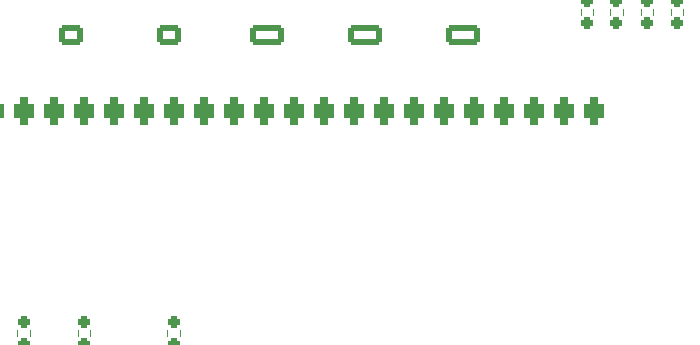
<source format=gbr>
%TF.GenerationSoftware,KiCad,Pcbnew,8.0.2*%
%TF.CreationDate,2024-06-06T18:17:56-04:00*%
%TF.ProjectId,MBARETECHmini,4d424152-4554-4454-9348-6d696e692e6b,rev?*%
%TF.SameCoordinates,Original*%
%TF.FileFunction,Legend,Bot*%
%TF.FilePolarity,Positive*%
%FSLAX46Y46*%
G04 Gerber Fmt 4.6, Leading zero omitted, Abs format (unit mm)*
G04 Created by KiCad (PCBNEW 8.0.2) date 2024-06-06 18:17:56*
%MOMM*%
%LPD*%
G01*
G04 APERTURE LIST*
G04 Aperture macros list*
%AMRoundRect*
0 Rectangle with rounded corners*
0 $1 Rounding radius*
0 $2 $3 $4 $5 $6 $7 $8 $9 X,Y pos of 4 corners*
0 Add a 4 corners polygon primitive as box body*
4,1,4,$2,$3,$4,$5,$6,$7,$8,$9,$2,$3,0*
0 Add four circle primitives for the rounded corners*
1,1,$1+$1,$2,$3*
1,1,$1+$1,$4,$5*
1,1,$1+$1,$6,$7*
1,1,$1+$1,$8,$9*
0 Add four rect primitives between the rounded corners*
20,1,$1+$1,$2,$3,$4,$5,0*
20,1,$1+$1,$4,$5,$6,$7,0*
20,1,$1+$1,$6,$7,$8,$9,0*
20,1,$1+$1,$8,$9,$2,$3,0*%
G04 Aperture macros list end*
%ADD10C,0.120000*%
%ADD11RoundRect,0.566667X-0.300333X0.585333X-0.300333X-0.585333X0.300333X-0.585333X0.300333X0.585333X0*%
%ADD12O,2.000000X1.700000*%
%ADD13RoundRect,0.250000X0.750000X-0.600000X0.750000X0.600000X-0.750000X0.600000X-0.750000X-0.600000X0*%
%ADD14O,1.950000X1.700000*%
%ADD15RoundRect,0.250000X0.725000X-0.600000X0.725000X0.600000X-0.725000X0.600000X-0.725000X-0.600000X0*%
%ADD16O,2.925000X1.700000*%
%ADD17RoundRect,0.250000X1.212500X-0.600000X1.212500X0.600000X-1.212500X0.600000X-1.212500X-0.600000X0*%
%ADD18R,1.600000X1.600000*%
%ADD19O,1.600000X1.600000*%
%ADD20C,4.400000*%
%ADD21R,2.500000X1.500000*%
%ADD22O,2.500000X1.500000*%
%ADD23R,1.700000X1.700000*%
%ADD24O,1.700000X1.700000*%
%ADD25RoundRect,0.688976X-1.851024X-0.361024X1.851024X-0.361024X1.851024X0.361024X-1.851024X0.361024X0*%
%ADD26RoundRect,0.237500X-0.237500X0.250000X-0.237500X-0.250000X0.237500X-0.250000X0.237500X0.250000X0*%
%ADD27RoundRect,0.237500X0.237500X-0.250000X0.237500X0.250000X-0.237500X0.250000X-0.237500X-0.250000X0*%
G04 APERTURE END LIST*
D10*
%TO.C,R7*%
X169477500Y-96648474D02*
X169477500Y-96139026D01*
X170522500Y-96648474D02*
X170522500Y-96139026D01*
%TO.C,R5*%
X161877500Y-96648474D02*
X161877500Y-96139026D01*
X162922500Y-96648474D02*
X162922500Y-96139026D01*
%TO.C,R3*%
X209577500Y-68945276D02*
X209577500Y-69454724D01*
X210622500Y-68945276D02*
X210622500Y-69454724D01*
%TO.C,R1*%
X204477500Y-68945276D02*
X204477500Y-69454724D01*
X205522500Y-68945276D02*
X205522500Y-69454724D01*
%TO.C,R2*%
X206977500Y-68945276D02*
X206977500Y-69454724D01*
X208022500Y-68945276D02*
X208022500Y-69454724D01*
%TO.C,R4*%
X212077500Y-68945276D02*
X212077500Y-69454724D01*
X213122500Y-68945276D02*
X213122500Y-69454724D01*
%TO.C,R6*%
X156777500Y-96654724D02*
X156777500Y-96145276D01*
X157822500Y-96654724D02*
X157822500Y-96145276D01*
%TD*%
%LPC*%
D11*
%TO.C,U1*%
X205620000Y-77600000D03*
X203080000Y-77600000D03*
X200540000Y-77600000D03*
X198000000Y-77600000D03*
X195460000Y-77600000D03*
X192920000Y-77600000D03*
X190380000Y-77600000D03*
X187840000Y-77600000D03*
X185300000Y-77600000D03*
X182760000Y-77600000D03*
X180220000Y-77600000D03*
X177680000Y-77600000D03*
X175140000Y-77600000D03*
X172600000Y-77600000D03*
X170060000Y-77600000D03*
X167520000Y-77600000D03*
X164980000Y-77600000D03*
X162440000Y-77600000D03*
X159900000Y-77600000D03*
X157360000Y-77600000D03*
X154820000Y-77600000D03*
X152280000Y-77600000D03*
X205620000Y-100460000D03*
X203080000Y-100460000D03*
X200540000Y-100460000D03*
X198000000Y-100460000D03*
X195460000Y-100460000D03*
X192920000Y-100460000D03*
X190380000Y-100460000D03*
X187840000Y-100460000D03*
X185300000Y-100460000D03*
X182760000Y-100460000D03*
X180220000Y-100460000D03*
X177680000Y-100460000D03*
X175140000Y-100460000D03*
X172600000Y-100460000D03*
X170060000Y-100460000D03*
X167520000Y-100460000D03*
X164980000Y-100460000D03*
X162440000Y-100460000D03*
X159900000Y-100460000D03*
X157360000Y-100460000D03*
X154820000Y-100460000D03*
X152280000Y-100460000D03*
%TD*%
D12*
%TO.C,Battery1*%
X196475000Y-109600000D03*
D13*
X196475000Y-112100000D03*
%TD*%
D14*
%TO.C,MA1*%
X161300000Y-66190000D03*
X161300000Y-68690000D03*
D15*
X161300000Y-71190000D03*
%TD*%
D16*
%TO.C,LS1*%
X194485000Y-66190000D03*
X194485000Y-68690000D03*
D17*
X194485000Y-71190000D03*
%TD*%
D18*
%TO.C,DIP1*%
X212600000Y-64932500D03*
D19*
X210060000Y-64932500D03*
X207520000Y-64932500D03*
X204980000Y-64932500D03*
X204980000Y-72552500D03*
X207520000Y-72552500D03*
X210060000Y-72552500D03*
X212600000Y-72552500D03*
%TD*%
D20*
%TO.C,*%
X221920000Y-68049999D03*
%TD*%
%TO.C,*%
X146919999Y-111049999D03*
%TD*%
D21*
%TO.C,SW1*%
X155300000Y-71300000D03*
D22*
X155300000Y-68800000D03*
X155300000Y-66300000D03*
%TD*%
D14*
%TO.C,MB1*%
X169600000Y-66190000D03*
X169600000Y-68690000D03*
D15*
X169600000Y-71190000D03*
%TD*%
D12*
%TO.C,MotorA1*%
X181690000Y-109600000D03*
D13*
X181690000Y-112100000D03*
%TD*%
D17*
%TO.C,IR3*%
X168260000Y-112100000D03*
D16*
X168260000Y-109600000D03*
X168260000Y-107100000D03*
%TD*%
D23*
%TO.C,IMU1*%
X215960000Y-77630000D03*
D24*
X215960000Y-80170000D03*
X215960000Y-82710000D03*
X215960000Y-85250000D03*
X215960000Y-87790000D03*
X215960000Y-90330000D03*
X215960000Y-92870000D03*
X215960000Y-95410000D03*
X215960000Y-97950000D03*
X215960000Y-100490000D03*
%TD*%
D25*
%TO.C,BUCK1*%
X204030000Y-113500000D03*
X204030000Y-104500000D03*
X220570000Y-113500000D03*
X220570000Y-104500000D03*
%TD*%
D16*
%TO.C,LS2*%
X186200000Y-66190000D03*
X186200000Y-68690000D03*
D17*
X186200000Y-71190000D03*
%TD*%
D12*
%TO.C,MotorB1*%
X189082500Y-109600000D03*
D13*
X189082500Y-112100000D03*
%TD*%
D16*
%TO.C,IR1*%
X153475000Y-107100000D03*
X153475000Y-109600000D03*
D17*
X153475000Y-112100000D03*
%TD*%
D16*
%TO.C,KS1*%
X177900000Y-66190000D03*
X177900000Y-68690000D03*
D17*
X177900000Y-71190000D03*
%TD*%
%TO.C,IR2*%
X160867500Y-112100000D03*
D16*
X160867500Y-109600000D03*
X160867500Y-107100000D03*
%TD*%
D20*
%TO.C,*%
X146920000Y-68000000D03*
%TD*%
D21*
%TO.C,SW2*%
X175797500Y-112100000D03*
D22*
X175797500Y-109600000D03*
X175797500Y-107100000D03*
%TD*%
D26*
%TO.C,R7*%
X170000000Y-95481250D03*
X170000000Y-97306250D03*
%TD*%
%TO.C,R5*%
X162400000Y-95481250D03*
X162400000Y-97306250D03*
%TD*%
D27*
%TO.C,R3*%
X210100000Y-70112500D03*
X210100000Y-68287500D03*
%TD*%
%TO.C,R1*%
X205000000Y-70112500D03*
X205000000Y-68287500D03*
%TD*%
%TO.C,R2*%
X207500000Y-70112500D03*
X207500000Y-68287500D03*
%TD*%
%TO.C,R4*%
X212600000Y-70112500D03*
X212600000Y-68287500D03*
%TD*%
D26*
%TO.C,R6*%
X157300000Y-95487500D03*
X157300000Y-97312500D03*
%TD*%
%LPD*%
M02*

</source>
